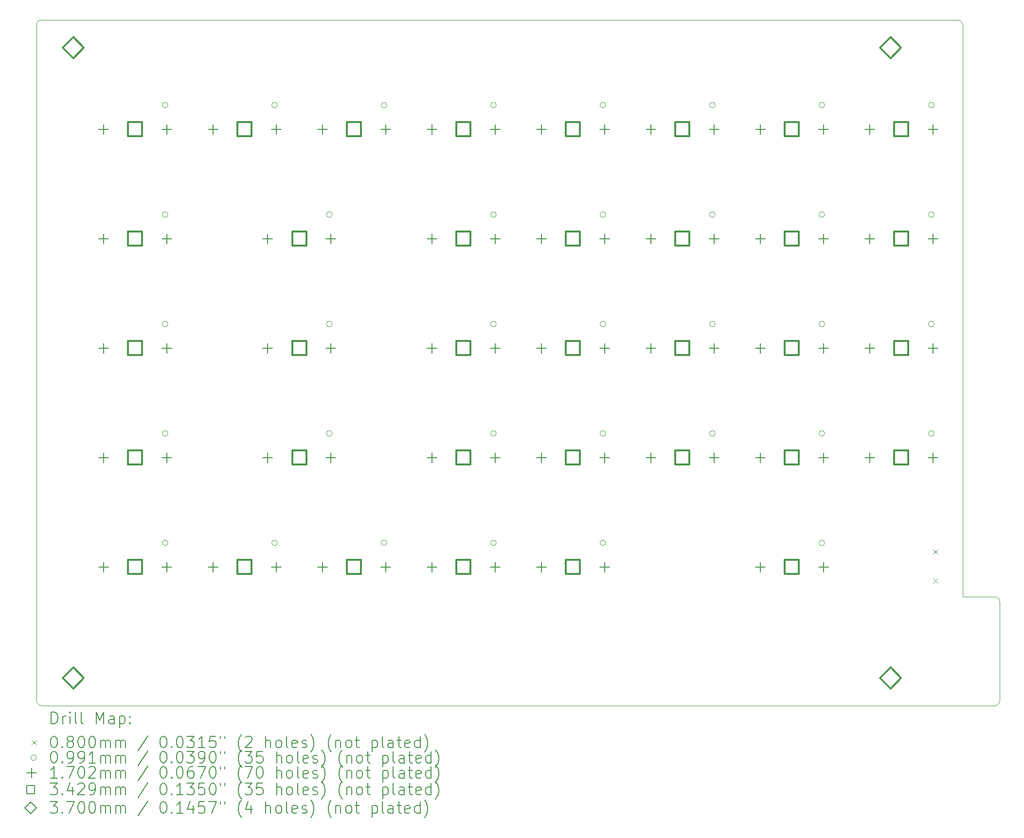
<source format=gbr>
%TF.GenerationSoftware,KiCad,Pcbnew,(6.0.10)*%
%TF.CreationDate,2023-02-02T18:03:20-08:00*%
%TF.ProjectId,netrazr_rev2-Left,6e657472-617a-4725-9f72-6576322d4c65,2*%
%TF.SameCoordinates,Original*%
%TF.FileFunction,Drillmap*%
%TF.FilePolarity,Positive*%
%FSLAX45Y45*%
G04 Gerber Fmt 4.5, Leading zero omitted, Abs format (unit mm)*
G04 Created by KiCad (PCBNEW (6.0.10)) date 2023-02-02 18:03:20*
%MOMM*%
%LPD*%
G01*
G04 APERTURE LIST*
%ADD10C,0.050000*%
%ADD11C,0.200000*%
%ADD12C,0.080000*%
%ADD13C,0.099060*%
%ADD14C,0.170180*%
%ADD15C,0.342900*%
%ADD16C,0.370000*%
G04 APERTURE END LIST*
D10*
X19796300Y-6019800D02*
G75*
G03*
X19716500Y-5940000I-79800J0D01*
G01*
X3768900Y-17878000D02*
X20355100Y-17878000D01*
X20444000Y-15985700D02*
X20444000Y-15985700D01*
X19716500Y-5940000D02*
X3768900Y-5940000D01*
X20355100Y-15985700D02*
X19796300Y-15985700D01*
X3680000Y-6028900D02*
X3680000Y-17789100D01*
X19796300Y-14931600D02*
X19796300Y-6019800D01*
X3768900Y-5940000D02*
G75*
G03*
X3680000Y-6028900I0J-88900D01*
G01*
X20355100Y-17878000D02*
G75*
G03*
X20444000Y-17789100I0J88900D01*
G01*
X20444000Y-16074600D02*
G75*
G03*
X20355100Y-15985700I-88900J0D01*
G01*
X20444000Y-15985700D02*
X20444000Y-15985700D01*
X3680000Y-17789100D02*
G75*
G03*
X3768900Y-17878000I88900J0D01*
G01*
X19796300Y-15985700D02*
X19796300Y-14931600D01*
X20444000Y-17789100D02*
X20444000Y-16074600D01*
D11*
D12*
X19282600Y-15162300D02*
X19362600Y-15242300D01*
X19362600Y-15162300D02*
X19282600Y-15242300D01*
X19282600Y-15662300D02*
X19362600Y-15742300D01*
X19362600Y-15662300D02*
X19282600Y-15742300D01*
D13*
X5966030Y-7425000D02*
G75*
G03*
X5966030Y-7425000I-49530J0D01*
G01*
X5966030Y-9330000D02*
G75*
G03*
X5966030Y-9330000I-49530J0D01*
G01*
X5966030Y-11235000D02*
G75*
G03*
X5966030Y-11235000I-49530J0D01*
G01*
X5966030Y-13140000D02*
G75*
G03*
X5966030Y-13140000I-49530J0D01*
G01*
X5966030Y-15045000D02*
G75*
G03*
X5966030Y-15045000I-49530J0D01*
G01*
X7871030Y-7425000D02*
G75*
G03*
X7871030Y-7425000I-49530J0D01*
G01*
X7871030Y-15045000D02*
G75*
G03*
X7871030Y-15045000I-49530J0D01*
G01*
X8823530Y-9330000D02*
G75*
G03*
X8823530Y-9330000I-49530J0D01*
G01*
X8823530Y-11235000D02*
G75*
G03*
X8823530Y-11235000I-49530J0D01*
G01*
X8823530Y-13140000D02*
G75*
G03*
X8823530Y-13140000I-49530J0D01*
G01*
X9776030Y-7425000D02*
G75*
G03*
X9776030Y-7425000I-49530J0D01*
G01*
X9776030Y-15045000D02*
G75*
G03*
X9776030Y-15045000I-49530J0D01*
G01*
X11681030Y-7425000D02*
G75*
G03*
X11681030Y-7425000I-49530J0D01*
G01*
X11681030Y-9330000D02*
G75*
G03*
X11681030Y-9330000I-49530J0D01*
G01*
X11681030Y-11235000D02*
G75*
G03*
X11681030Y-11235000I-49530J0D01*
G01*
X11681030Y-13140000D02*
G75*
G03*
X11681030Y-13140000I-49530J0D01*
G01*
X11681030Y-15045000D02*
G75*
G03*
X11681030Y-15045000I-49530J0D01*
G01*
X13586030Y-7425000D02*
G75*
G03*
X13586030Y-7425000I-49530J0D01*
G01*
X13586030Y-9330000D02*
G75*
G03*
X13586030Y-9330000I-49530J0D01*
G01*
X13586030Y-11235000D02*
G75*
G03*
X13586030Y-11235000I-49530J0D01*
G01*
X13586030Y-13140000D02*
G75*
G03*
X13586030Y-13140000I-49530J0D01*
G01*
X13586030Y-15045000D02*
G75*
G03*
X13586030Y-15045000I-49530J0D01*
G01*
X15491030Y-7425000D02*
G75*
G03*
X15491030Y-7425000I-49530J0D01*
G01*
X15491030Y-9330000D02*
G75*
G03*
X15491030Y-9330000I-49530J0D01*
G01*
X15491030Y-11235000D02*
G75*
G03*
X15491030Y-11235000I-49530J0D01*
G01*
X15491030Y-13140000D02*
G75*
G03*
X15491030Y-13140000I-49530J0D01*
G01*
X17396030Y-7425000D02*
G75*
G03*
X17396030Y-7425000I-49530J0D01*
G01*
X17396030Y-9330000D02*
G75*
G03*
X17396030Y-9330000I-49530J0D01*
G01*
X17396030Y-11235000D02*
G75*
G03*
X17396030Y-11235000I-49530J0D01*
G01*
X17396030Y-13140000D02*
G75*
G03*
X17396030Y-13140000I-49530J0D01*
G01*
X17396030Y-15045000D02*
G75*
G03*
X17396030Y-15045000I-49530J0D01*
G01*
X19301030Y-7425000D02*
G75*
G03*
X19301030Y-7425000I-49530J0D01*
G01*
X19301030Y-9330000D02*
G75*
G03*
X19301030Y-9330000I-49530J0D01*
G01*
X19301030Y-11235000D02*
G75*
G03*
X19301030Y-11235000I-49530J0D01*
G01*
X19301030Y-13140000D02*
G75*
G03*
X19301030Y-13140000I-49530J0D01*
G01*
D14*
X4844500Y-7759910D02*
X4844500Y-7930090D01*
X4759410Y-7845000D02*
X4929590Y-7845000D01*
X4844500Y-9664910D02*
X4844500Y-9835090D01*
X4759410Y-9750000D02*
X4929590Y-9750000D01*
X4844500Y-11569910D02*
X4844500Y-11740090D01*
X4759410Y-11655000D02*
X4929590Y-11655000D01*
X4844500Y-13474910D02*
X4844500Y-13645090D01*
X4759410Y-13560000D02*
X4929590Y-13560000D01*
X4844500Y-15379910D02*
X4844500Y-15550090D01*
X4759410Y-15465000D02*
X4929590Y-15465000D01*
X5944500Y-7759910D02*
X5944500Y-7930090D01*
X5859410Y-7845000D02*
X6029590Y-7845000D01*
X5944500Y-9664910D02*
X5944500Y-9835090D01*
X5859410Y-9750000D02*
X6029590Y-9750000D01*
X5944500Y-11569910D02*
X5944500Y-11740090D01*
X5859410Y-11655000D02*
X6029590Y-11655000D01*
X5944500Y-13474910D02*
X5944500Y-13645090D01*
X5859410Y-13560000D02*
X6029590Y-13560000D01*
X5944500Y-15379910D02*
X5944500Y-15550090D01*
X5859410Y-15465000D02*
X6029590Y-15465000D01*
X6749500Y-7759910D02*
X6749500Y-7930090D01*
X6664410Y-7845000D02*
X6834590Y-7845000D01*
X6749500Y-15379910D02*
X6749500Y-15550090D01*
X6664410Y-15465000D02*
X6834590Y-15465000D01*
X7702000Y-9664910D02*
X7702000Y-9835090D01*
X7616910Y-9750000D02*
X7787090Y-9750000D01*
X7702000Y-11569910D02*
X7702000Y-11740090D01*
X7616910Y-11655000D02*
X7787090Y-11655000D01*
X7702000Y-13474910D02*
X7702000Y-13645090D01*
X7616910Y-13560000D02*
X7787090Y-13560000D01*
X7849500Y-7759910D02*
X7849500Y-7930090D01*
X7764410Y-7845000D02*
X7934590Y-7845000D01*
X7849500Y-15379910D02*
X7849500Y-15550090D01*
X7764410Y-15465000D02*
X7934590Y-15465000D01*
X8654500Y-7759910D02*
X8654500Y-7930090D01*
X8569410Y-7845000D02*
X8739590Y-7845000D01*
X8654500Y-15379910D02*
X8654500Y-15550090D01*
X8569410Y-15465000D02*
X8739590Y-15465000D01*
X8802000Y-9664910D02*
X8802000Y-9835090D01*
X8716910Y-9750000D02*
X8887090Y-9750000D01*
X8802000Y-11569910D02*
X8802000Y-11740090D01*
X8716910Y-11655000D02*
X8887090Y-11655000D01*
X8802000Y-13474910D02*
X8802000Y-13645090D01*
X8716910Y-13560000D02*
X8887090Y-13560000D01*
X9754500Y-7759910D02*
X9754500Y-7930090D01*
X9669410Y-7845000D02*
X9839590Y-7845000D01*
X9754500Y-15379910D02*
X9754500Y-15550090D01*
X9669410Y-15465000D02*
X9839590Y-15465000D01*
X10559500Y-7759910D02*
X10559500Y-7930090D01*
X10474410Y-7845000D02*
X10644590Y-7845000D01*
X10559500Y-9664910D02*
X10559500Y-9835090D01*
X10474410Y-9750000D02*
X10644590Y-9750000D01*
X10559500Y-11569910D02*
X10559500Y-11740090D01*
X10474410Y-11655000D02*
X10644590Y-11655000D01*
X10559500Y-13474910D02*
X10559500Y-13645090D01*
X10474410Y-13560000D02*
X10644590Y-13560000D01*
X10559500Y-15379910D02*
X10559500Y-15550090D01*
X10474410Y-15465000D02*
X10644590Y-15465000D01*
X11659500Y-7759910D02*
X11659500Y-7930090D01*
X11574410Y-7845000D02*
X11744590Y-7845000D01*
X11659500Y-9664910D02*
X11659500Y-9835090D01*
X11574410Y-9750000D02*
X11744590Y-9750000D01*
X11659500Y-11569910D02*
X11659500Y-11740090D01*
X11574410Y-11655000D02*
X11744590Y-11655000D01*
X11659500Y-13474910D02*
X11659500Y-13645090D01*
X11574410Y-13560000D02*
X11744590Y-13560000D01*
X11659500Y-15379910D02*
X11659500Y-15550090D01*
X11574410Y-15465000D02*
X11744590Y-15465000D01*
X12464500Y-7759910D02*
X12464500Y-7930090D01*
X12379410Y-7845000D02*
X12549590Y-7845000D01*
X12464500Y-9664910D02*
X12464500Y-9835090D01*
X12379410Y-9750000D02*
X12549590Y-9750000D01*
X12464500Y-11569910D02*
X12464500Y-11740090D01*
X12379410Y-11655000D02*
X12549590Y-11655000D01*
X12464500Y-13474910D02*
X12464500Y-13645090D01*
X12379410Y-13560000D02*
X12549590Y-13560000D01*
X12464500Y-15379910D02*
X12464500Y-15550090D01*
X12379410Y-15465000D02*
X12549590Y-15465000D01*
X13564500Y-7759910D02*
X13564500Y-7930090D01*
X13479410Y-7845000D02*
X13649590Y-7845000D01*
X13564500Y-9664910D02*
X13564500Y-9835090D01*
X13479410Y-9750000D02*
X13649590Y-9750000D01*
X13564500Y-11569910D02*
X13564500Y-11740090D01*
X13479410Y-11655000D02*
X13649590Y-11655000D01*
X13564500Y-13474910D02*
X13564500Y-13645090D01*
X13479410Y-13560000D02*
X13649590Y-13560000D01*
X13564500Y-15379910D02*
X13564500Y-15550090D01*
X13479410Y-15465000D02*
X13649590Y-15465000D01*
X14369500Y-7759910D02*
X14369500Y-7930090D01*
X14284410Y-7845000D02*
X14454590Y-7845000D01*
X14369500Y-9664910D02*
X14369500Y-9835090D01*
X14284410Y-9750000D02*
X14454590Y-9750000D01*
X14369500Y-11569910D02*
X14369500Y-11740090D01*
X14284410Y-11655000D02*
X14454590Y-11655000D01*
X14369500Y-13474910D02*
X14369500Y-13645090D01*
X14284410Y-13560000D02*
X14454590Y-13560000D01*
X15469500Y-7759910D02*
X15469500Y-7930090D01*
X15384410Y-7845000D02*
X15554590Y-7845000D01*
X15469500Y-9664910D02*
X15469500Y-9835090D01*
X15384410Y-9750000D02*
X15554590Y-9750000D01*
X15469500Y-11569910D02*
X15469500Y-11740090D01*
X15384410Y-11655000D02*
X15554590Y-11655000D01*
X15469500Y-13474910D02*
X15469500Y-13645090D01*
X15384410Y-13560000D02*
X15554590Y-13560000D01*
X16274500Y-7759910D02*
X16274500Y-7930090D01*
X16189410Y-7845000D02*
X16359590Y-7845000D01*
X16274500Y-9664910D02*
X16274500Y-9835090D01*
X16189410Y-9750000D02*
X16359590Y-9750000D01*
X16274500Y-11569910D02*
X16274500Y-11740090D01*
X16189410Y-11655000D02*
X16359590Y-11655000D01*
X16274500Y-13474910D02*
X16274500Y-13645090D01*
X16189410Y-13560000D02*
X16359590Y-13560000D01*
X16274500Y-15379910D02*
X16274500Y-15550090D01*
X16189410Y-15465000D02*
X16359590Y-15465000D01*
X17374500Y-7759910D02*
X17374500Y-7930090D01*
X17289410Y-7845000D02*
X17459590Y-7845000D01*
X17374500Y-9664910D02*
X17374500Y-9835090D01*
X17289410Y-9750000D02*
X17459590Y-9750000D01*
X17374500Y-11569910D02*
X17374500Y-11740090D01*
X17289410Y-11655000D02*
X17459590Y-11655000D01*
X17374500Y-13474910D02*
X17374500Y-13645090D01*
X17289410Y-13560000D02*
X17459590Y-13560000D01*
X17374500Y-15379910D02*
X17374500Y-15550090D01*
X17289410Y-15465000D02*
X17459590Y-15465000D01*
X18179500Y-7759910D02*
X18179500Y-7930090D01*
X18094410Y-7845000D02*
X18264590Y-7845000D01*
X18179500Y-9664910D02*
X18179500Y-9835090D01*
X18094410Y-9750000D02*
X18264590Y-9750000D01*
X18179500Y-11569910D02*
X18179500Y-11740090D01*
X18094410Y-11655000D02*
X18264590Y-11655000D01*
X18179500Y-13474910D02*
X18179500Y-13645090D01*
X18094410Y-13560000D02*
X18264590Y-13560000D01*
X19279500Y-7759910D02*
X19279500Y-7930090D01*
X19194410Y-7845000D02*
X19364590Y-7845000D01*
X19279500Y-9664910D02*
X19279500Y-9835090D01*
X19194410Y-9750000D02*
X19364590Y-9750000D01*
X19279500Y-11569910D02*
X19279500Y-11740090D01*
X19194410Y-11655000D02*
X19364590Y-11655000D01*
X19279500Y-13474910D02*
X19279500Y-13645090D01*
X19194410Y-13560000D02*
X19364590Y-13560000D01*
D15*
X5515735Y-7966235D02*
X5515735Y-7723765D01*
X5273265Y-7723765D01*
X5273265Y-7966235D01*
X5515735Y-7966235D01*
X5515735Y-9871235D02*
X5515735Y-9628765D01*
X5273265Y-9628765D01*
X5273265Y-9871235D01*
X5515735Y-9871235D01*
X5515735Y-11776235D02*
X5515735Y-11533765D01*
X5273265Y-11533765D01*
X5273265Y-11776235D01*
X5515735Y-11776235D01*
X5515735Y-13681235D02*
X5515735Y-13438765D01*
X5273265Y-13438765D01*
X5273265Y-13681235D01*
X5515735Y-13681235D01*
X5515735Y-15586235D02*
X5515735Y-15343765D01*
X5273265Y-15343765D01*
X5273265Y-15586235D01*
X5515735Y-15586235D01*
X7420735Y-7966235D02*
X7420735Y-7723765D01*
X7178265Y-7723765D01*
X7178265Y-7966235D01*
X7420735Y-7966235D01*
X7420735Y-15586235D02*
X7420735Y-15343765D01*
X7178265Y-15343765D01*
X7178265Y-15586235D01*
X7420735Y-15586235D01*
X8373235Y-9871235D02*
X8373235Y-9628765D01*
X8130765Y-9628765D01*
X8130765Y-9871235D01*
X8373235Y-9871235D01*
X8373235Y-11776235D02*
X8373235Y-11533765D01*
X8130765Y-11533765D01*
X8130765Y-11776235D01*
X8373235Y-11776235D01*
X8373235Y-13681235D02*
X8373235Y-13438765D01*
X8130765Y-13438765D01*
X8130765Y-13681235D01*
X8373235Y-13681235D01*
X9325735Y-7966235D02*
X9325735Y-7723765D01*
X9083265Y-7723765D01*
X9083265Y-7966235D01*
X9325735Y-7966235D01*
X9325735Y-15586235D02*
X9325735Y-15343765D01*
X9083265Y-15343765D01*
X9083265Y-15586235D01*
X9325735Y-15586235D01*
X11230735Y-7966235D02*
X11230735Y-7723765D01*
X10988265Y-7723765D01*
X10988265Y-7966235D01*
X11230735Y-7966235D01*
X11230735Y-9871235D02*
X11230735Y-9628765D01*
X10988265Y-9628765D01*
X10988265Y-9871235D01*
X11230735Y-9871235D01*
X11230735Y-11776235D02*
X11230735Y-11533765D01*
X10988265Y-11533765D01*
X10988265Y-11776235D01*
X11230735Y-11776235D01*
X11230735Y-13681235D02*
X11230735Y-13438765D01*
X10988265Y-13438765D01*
X10988265Y-13681235D01*
X11230735Y-13681235D01*
X11230735Y-15586235D02*
X11230735Y-15343765D01*
X10988265Y-15343765D01*
X10988265Y-15586235D01*
X11230735Y-15586235D01*
X13135735Y-7966235D02*
X13135735Y-7723765D01*
X12893265Y-7723765D01*
X12893265Y-7966235D01*
X13135735Y-7966235D01*
X13135735Y-9871235D02*
X13135735Y-9628765D01*
X12893265Y-9628765D01*
X12893265Y-9871235D01*
X13135735Y-9871235D01*
X13135735Y-11776235D02*
X13135735Y-11533765D01*
X12893265Y-11533765D01*
X12893265Y-11776235D01*
X13135735Y-11776235D01*
X13135735Y-13681235D02*
X13135735Y-13438765D01*
X12893265Y-13438765D01*
X12893265Y-13681235D01*
X13135735Y-13681235D01*
X13135735Y-15586235D02*
X13135735Y-15343765D01*
X12893265Y-15343765D01*
X12893265Y-15586235D01*
X13135735Y-15586235D01*
X15040735Y-7966235D02*
X15040735Y-7723765D01*
X14798265Y-7723765D01*
X14798265Y-7966235D01*
X15040735Y-7966235D01*
X15040735Y-9871235D02*
X15040735Y-9628765D01*
X14798265Y-9628765D01*
X14798265Y-9871235D01*
X15040735Y-9871235D01*
X15040735Y-11776235D02*
X15040735Y-11533765D01*
X14798265Y-11533765D01*
X14798265Y-11776235D01*
X15040735Y-11776235D01*
X15040735Y-13681235D02*
X15040735Y-13438765D01*
X14798265Y-13438765D01*
X14798265Y-13681235D01*
X15040735Y-13681235D01*
X16945735Y-7966235D02*
X16945735Y-7723765D01*
X16703265Y-7723765D01*
X16703265Y-7966235D01*
X16945735Y-7966235D01*
X16945735Y-9871235D02*
X16945735Y-9628765D01*
X16703265Y-9628765D01*
X16703265Y-9871235D01*
X16945735Y-9871235D01*
X16945735Y-11776235D02*
X16945735Y-11533765D01*
X16703265Y-11533765D01*
X16703265Y-11776235D01*
X16945735Y-11776235D01*
X16945735Y-13681235D02*
X16945735Y-13438765D01*
X16703265Y-13438765D01*
X16703265Y-13681235D01*
X16945735Y-13681235D01*
X16945735Y-15586235D02*
X16945735Y-15343765D01*
X16703265Y-15343765D01*
X16703265Y-15586235D01*
X16945735Y-15586235D01*
X18850735Y-7966235D02*
X18850735Y-7723765D01*
X18608265Y-7723765D01*
X18608265Y-7966235D01*
X18850735Y-7966235D01*
X18850735Y-9871235D02*
X18850735Y-9628765D01*
X18608265Y-9628765D01*
X18608265Y-9871235D01*
X18850735Y-9871235D01*
X18850735Y-11776235D02*
X18850735Y-11533765D01*
X18608265Y-11533765D01*
X18608265Y-11776235D01*
X18850735Y-11776235D01*
X18850735Y-13681235D02*
X18850735Y-13438765D01*
X18608265Y-13438765D01*
X18608265Y-13681235D01*
X18850735Y-13681235D01*
D16*
X4318000Y-6611200D02*
X4503000Y-6426200D01*
X4318000Y-6241200D01*
X4133000Y-6426200D01*
X4318000Y-6611200D01*
X4318000Y-17584000D02*
X4503000Y-17399000D01*
X4318000Y-17214000D01*
X4133000Y-17399000D01*
X4318000Y-17584000D01*
X18542000Y-6611200D02*
X18727000Y-6426200D01*
X18542000Y-6241200D01*
X18357000Y-6426200D01*
X18542000Y-6611200D01*
X18542000Y-17584000D02*
X18727000Y-17399000D01*
X18542000Y-17214000D01*
X18357000Y-17399000D01*
X18542000Y-17584000D01*
D11*
X3935119Y-18190976D02*
X3935119Y-17990976D01*
X3982738Y-17990976D01*
X4011309Y-18000500D01*
X4030357Y-18019548D01*
X4039881Y-18038595D01*
X4049405Y-18076690D01*
X4049405Y-18105262D01*
X4039881Y-18143357D01*
X4030357Y-18162405D01*
X4011309Y-18181452D01*
X3982738Y-18190976D01*
X3935119Y-18190976D01*
X4135119Y-18190976D02*
X4135119Y-18057643D01*
X4135119Y-18095738D02*
X4144643Y-18076690D01*
X4154167Y-18067167D01*
X4173214Y-18057643D01*
X4192262Y-18057643D01*
X4258929Y-18190976D02*
X4258929Y-18057643D01*
X4258929Y-17990976D02*
X4249405Y-18000500D01*
X4258929Y-18010024D01*
X4268452Y-18000500D01*
X4258929Y-17990976D01*
X4258929Y-18010024D01*
X4382738Y-18190976D02*
X4363690Y-18181452D01*
X4354167Y-18162405D01*
X4354167Y-17990976D01*
X4487500Y-18190976D02*
X4468452Y-18181452D01*
X4458929Y-18162405D01*
X4458929Y-17990976D01*
X4716071Y-18190976D02*
X4716071Y-17990976D01*
X4782738Y-18133833D01*
X4849405Y-17990976D01*
X4849405Y-18190976D01*
X5030357Y-18190976D02*
X5030357Y-18086214D01*
X5020833Y-18067167D01*
X5001786Y-18057643D01*
X4963690Y-18057643D01*
X4944643Y-18067167D01*
X5030357Y-18181452D02*
X5011310Y-18190976D01*
X4963690Y-18190976D01*
X4944643Y-18181452D01*
X4935119Y-18162405D01*
X4935119Y-18143357D01*
X4944643Y-18124310D01*
X4963690Y-18114786D01*
X5011310Y-18114786D01*
X5030357Y-18105262D01*
X5125595Y-18057643D02*
X5125595Y-18257643D01*
X5125595Y-18067167D02*
X5144643Y-18057643D01*
X5182738Y-18057643D01*
X5201786Y-18067167D01*
X5211310Y-18076690D01*
X5220833Y-18095738D01*
X5220833Y-18152881D01*
X5211310Y-18171929D01*
X5201786Y-18181452D01*
X5182738Y-18190976D01*
X5144643Y-18190976D01*
X5125595Y-18181452D01*
X5306548Y-18171929D02*
X5316071Y-18181452D01*
X5306548Y-18190976D01*
X5297024Y-18181452D01*
X5306548Y-18171929D01*
X5306548Y-18190976D01*
X5306548Y-18067167D02*
X5316071Y-18076690D01*
X5306548Y-18086214D01*
X5297024Y-18076690D01*
X5306548Y-18067167D01*
X5306548Y-18086214D01*
D12*
X3597500Y-18480500D02*
X3677500Y-18560500D01*
X3677500Y-18480500D02*
X3597500Y-18560500D01*
D11*
X3973214Y-18410976D02*
X3992262Y-18410976D01*
X4011309Y-18420500D01*
X4020833Y-18430024D01*
X4030357Y-18449071D01*
X4039881Y-18487167D01*
X4039881Y-18534786D01*
X4030357Y-18572881D01*
X4020833Y-18591929D01*
X4011309Y-18601452D01*
X3992262Y-18610976D01*
X3973214Y-18610976D01*
X3954167Y-18601452D01*
X3944643Y-18591929D01*
X3935119Y-18572881D01*
X3925595Y-18534786D01*
X3925595Y-18487167D01*
X3935119Y-18449071D01*
X3944643Y-18430024D01*
X3954167Y-18420500D01*
X3973214Y-18410976D01*
X4125595Y-18591929D02*
X4135119Y-18601452D01*
X4125595Y-18610976D01*
X4116071Y-18601452D01*
X4125595Y-18591929D01*
X4125595Y-18610976D01*
X4249405Y-18496690D02*
X4230357Y-18487167D01*
X4220833Y-18477643D01*
X4211310Y-18458595D01*
X4211310Y-18449071D01*
X4220833Y-18430024D01*
X4230357Y-18420500D01*
X4249405Y-18410976D01*
X4287500Y-18410976D01*
X4306548Y-18420500D01*
X4316071Y-18430024D01*
X4325595Y-18449071D01*
X4325595Y-18458595D01*
X4316071Y-18477643D01*
X4306548Y-18487167D01*
X4287500Y-18496690D01*
X4249405Y-18496690D01*
X4230357Y-18506214D01*
X4220833Y-18515738D01*
X4211310Y-18534786D01*
X4211310Y-18572881D01*
X4220833Y-18591929D01*
X4230357Y-18601452D01*
X4249405Y-18610976D01*
X4287500Y-18610976D01*
X4306548Y-18601452D01*
X4316071Y-18591929D01*
X4325595Y-18572881D01*
X4325595Y-18534786D01*
X4316071Y-18515738D01*
X4306548Y-18506214D01*
X4287500Y-18496690D01*
X4449405Y-18410976D02*
X4468452Y-18410976D01*
X4487500Y-18420500D01*
X4497024Y-18430024D01*
X4506548Y-18449071D01*
X4516071Y-18487167D01*
X4516071Y-18534786D01*
X4506548Y-18572881D01*
X4497024Y-18591929D01*
X4487500Y-18601452D01*
X4468452Y-18610976D01*
X4449405Y-18610976D01*
X4430357Y-18601452D01*
X4420833Y-18591929D01*
X4411310Y-18572881D01*
X4401786Y-18534786D01*
X4401786Y-18487167D01*
X4411310Y-18449071D01*
X4420833Y-18430024D01*
X4430357Y-18420500D01*
X4449405Y-18410976D01*
X4639881Y-18410976D02*
X4658929Y-18410976D01*
X4677976Y-18420500D01*
X4687500Y-18430024D01*
X4697024Y-18449071D01*
X4706548Y-18487167D01*
X4706548Y-18534786D01*
X4697024Y-18572881D01*
X4687500Y-18591929D01*
X4677976Y-18601452D01*
X4658929Y-18610976D01*
X4639881Y-18610976D01*
X4620833Y-18601452D01*
X4611310Y-18591929D01*
X4601786Y-18572881D01*
X4592262Y-18534786D01*
X4592262Y-18487167D01*
X4601786Y-18449071D01*
X4611310Y-18430024D01*
X4620833Y-18420500D01*
X4639881Y-18410976D01*
X4792262Y-18610976D02*
X4792262Y-18477643D01*
X4792262Y-18496690D02*
X4801786Y-18487167D01*
X4820833Y-18477643D01*
X4849405Y-18477643D01*
X4868452Y-18487167D01*
X4877976Y-18506214D01*
X4877976Y-18610976D01*
X4877976Y-18506214D02*
X4887500Y-18487167D01*
X4906548Y-18477643D01*
X4935119Y-18477643D01*
X4954167Y-18487167D01*
X4963690Y-18506214D01*
X4963690Y-18610976D01*
X5058929Y-18610976D02*
X5058929Y-18477643D01*
X5058929Y-18496690D02*
X5068452Y-18487167D01*
X5087500Y-18477643D01*
X5116071Y-18477643D01*
X5135119Y-18487167D01*
X5144643Y-18506214D01*
X5144643Y-18610976D01*
X5144643Y-18506214D02*
X5154167Y-18487167D01*
X5173214Y-18477643D01*
X5201786Y-18477643D01*
X5220833Y-18487167D01*
X5230357Y-18506214D01*
X5230357Y-18610976D01*
X5620833Y-18401452D02*
X5449405Y-18658595D01*
X5877976Y-18410976D02*
X5897024Y-18410976D01*
X5916071Y-18420500D01*
X5925595Y-18430024D01*
X5935119Y-18449071D01*
X5944643Y-18487167D01*
X5944643Y-18534786D01*
X5935119Y-18572881D01*
X5925595Y-18591929D01*
X5916071Y-18601452D01*
X5897024Y-18610976D01*
X5877976Y-18610976D01*
X5858928Y-18601452D01*
X5849405Y-18591929D01*
X5839881Y-18572881D01*
X5830357Y-18534786D01*
X5830357Y-18487167D01*
X5839881Y-18449071D01*
X5849405Y-18430024D01*
X5858928Y-18420500D01*
X5877976Y-18410976D01*
X6030357Y-18591929D02*
X6039881Y-18601452D01*
X6030357Y-18610976D01*
X6020833Y-18601452D01*
X6030357Y-18591929D01*
X6030357Y-18610976D01*
X6163690Y-18410976D02*
X6182738Y-18410976D01*
X6201786Y-18420500D01*
X6211309Y-18430024D01*
X6220833Y-18449071D01*
X6230357Y-18487167D01*
X6230357Y-18534786D01*
X6220833Y-18572881D01*
X6211309Y-18591929D01*
X6201786Y-18601452D01*
X6182738Y-18610976D01*
X6163690Y-18610976D01*
X6144643Y-18601452D01*
X6135119Y-18591929D01*
X6125595Y-18572881D01*
X6116071Y-18534786D01*
X6116071Y-18487167D01*
X6125595Y-18449071D01*
X6135119Y-18430024D01*
X6144643Y-18420500D01*
X6163690Y-18410976D01*
X6297024Y-18410976D02*
X6420833Y-18410976D01*
X6354167Y-18487167D01*
X6382738Y-18487167D01*
X6401786Y-18496690D01*
X6411309Y-18506214D01*
X6420833Y-18525262D01*
X6420833Y-18572881D01*
X6411309Y-18591929D01*
X6401786Y-18601452D01*
X6382738Y-18610976D01*
X6325595Y-18610976D01*
X6306548Y-18601452D01*
X6297024Y-18591929D01*
X6611309Y-18610976D02*
X6497024Y-18610976D01*
X6554167Y-18610976D02*
X6554167Y-18410976D01*
X6535119Y-18439548D01*
X6516071Y-18458595D01*
X6497024Y-18468119D01*
X6792262Y-18410976D02*
X6697024Y-18410976D01*
X6687500Y-18506214D01*
X6697024Y-18496690D01*
X6716071Y-18487167D01*
X6763690Y-18487167D01*
X6782738Y-18496690D01*
X6792262Y-18506214D01*
X6801786Y-18525262D01*
X6801786Y-18572881D01*
X6792262Y-18591929D01*
X6782738Y-18601452D01*
X6763690Y-18610976D01*
X6716071Y-18610976D01*
X6697024Y-18601452D01*
X6687500Y-18591929D01*
X6877976Y-18410976D02*
X6877976Y-18449071D01*
X6954167Y-18410976D02*
X6954167Y-18449071D01*
X7249405Y-18687167D02*
X7239881Y-18677643D01*
X7220833Y-18649071D01*
X7211309Y-18630024D01*
X7201786Y-18601452D01*
X7192262Y-18553833D01*
X7192262Y-18515738D01*
X7201786Y-18468119D01*
X7211309Y-18439548D01*
X7220833Y-18420500D01*
X7239881Y-18391929D01*
X7249405Y-18382405D01*
X7316071Y-18430024D02*
X7325595Y-18420500D01*
X7344643Y-18410976D01*
X7392262Y-18410976D01*
X7411309Y-18420500D01*
X7420833Y-18430024D01*
X7430357Y-18449071D01*
X7430357Y-18468119D01*
X7420833Y-18496690D01*
X7306548Y-18610976D01*
X7430357Y-18610976D01*
X7668452Y-18610976D02*
X7668452Y-18410976D01*
X7754167Y-18610976D02*
X7754167Y-18506214D01*
X7744643Y-18487167D01*
X7725595Y-18477643D01*
X7697024Y-18477643D01*
X7677976Y-18487167D01*
X7668452Y-18496690D01*
X7877976Y-18610976D02*
X7858928Y-18601452D01*
X7849405Y-18591929D01*
X7839881Y-18572881D01*
X7839881Y-18515738D01*
X7849405Y-18496690D01*
X7858928Y-18487167D01*
X7877976Y-18477643D01*
X7906548Y-18477643D01*
X7925595Y-18487167D01*
X7935119Y-18496690D01*
X7944643Y-18515738D01*
X7944643Y-18572881D01*
X7935119Y-18591929D01*
X7925595Y-18601452D01*
X7906548Y-18610976D01*
X7877976Y-18610976D01*
X8058928Y-18610976D02*
X8039881Y-18601452D01*
X8030357Y-18582405D01*
X8030357Y-18410976D01*
X8211309Y-18601452D02*
X8192262Y-18610976D01*
X8154167Y-18610976D01*
X8135119Y-18601452D01*
X8125595Y-18582405D01*
X8125595Y-18506214D01*
X8135119Y-18487167D01*
X8154167Y-18477643D01*
X8192262Y-18477643D01*
X8211309Y-18487167D01*
X8220833Y-18506214D01*
X8220833Y-18525262D01*
X8125595Y-18544310D01*
X8297024Y-18601452D02*
X8316071Y-18610976D01*
X8354167Y-18610976D01*
X8373214Y-18601452D01*
X8382738Y-18582405D01*
X8382738Y-18572881D01*
X8373214Y-18553833D01*
X8354167Y-18544310D01*
X8325595Y-18544310D01*
X8306548Y-18534786D01*
X8297024Y-18515738D01*
X8297024Y-18506214D01*
X8306548Y-18487167D01*
X8325595Y-18477643D01*
X8354167Y-18477643D01*
X8373214Y-18487167D01*
X8449405Y-18687167D02*
X8458929Y-18677643D01*
X8477976Y-18649071D01*
X8487500Y-18630024D01*
X8497024Y-18601452D01*
X8506548Y-18553833D01*
X8506548Y-18515738D01*
X8497024Y-18468119D01*
X8487500Y-18439548D01*
X8477976Y-18420500D01*
X8458929Y-18391929D01*
X8449405Y-18382405D01*
X8811310Y-18687167D02*
X8801786Y-18677643D01*
X8782738Y-18649071D01*
X8773214Y-18630024D01*
X8763690Y-18601452D01*
X8754167Y-18553833D01*
X8754167Y-18515738D01*
X8763690Y-18468119D01*
X8773214Y-18439548D01*
X8782738Y-18420500D01*
X8801786Y-18391929D01*
X8811310Y-18382405D01*
X8887500Y-18477643D02*
X8887500Y-18610976D01*
X8887500Y-18496690D02*
X8897024Y-18487167D01*
X8916071Y-18477643D01*
X8944643Y-18477643D01*
X8963690Y-18487167D01*
X8973214Y-18506214D01*
X8973214Y-18610976D01*
X9097024Y-18610976D02*
X9077976Y-18601452D01*
X9068452Y-18591929D01*
X9058929Y-18572881D01*
X9058929Y-18515738D01*
X9068452Y-18496690D01*
X9077976Y-18487167D01*
X9097024Y-18477643D01*
X9125595Y-18477643D01*
X9144643Y-18487167D01*
X9154167Y-18496690D01*
X9163690Y-18515738D01*
X9163690Y-18572881D01*
X9154167Y-18591929D01*
X9144643Y-18601452D01*
X9125595Y-18610976D01*
X9097024Y-18610976D01*
X9220833Y-18477643D02*
X9297024Y-18477643D01*
X9249405Y-18410976D02*
X9249405Y-18582405D01*
X9258929Y-18601452D01*
X9277976Y-18610976D01*
X9297024Y-18610976D01*
X9516071Y-18477643D02*
X9516071Y-18677643D01*
X9516071Y-18487167D02*
X9535119Y-18477643D01*
X9573214Y-18477643D01*
X9592262Y-18487167D01*
X9601786Y-18496690D01*
X9611310Y-18515738D01*
X9611310Y-18572881D01*
X9601786Y-18591929D01*
X9592262Y-18601452D01*
X9573214Y-18610976D01*
X9535119Y-18610976D01*
X9516071Y-18601452D01*
X9725595Y-18610976D02*
X9706548Y-18601452D01*
X9697024Y-18582405D01*
X9697024Y-18410976D01*
X9887500Y-18610976D02*
X9887500Y-18506214D01*
X9877976Y-18487167D01*
X9858929Y-18477643D01*
X9820833Y-18477643D01*
X9801786Y-18487167D01*
X9887500Y-18601452D02*
X9868452Y-18610976D01*
X9820833Y-18610976D01*
X9801786Y-18601452D01*
X9792262Y-18582405D01*
X9792262Y-18563357D01*
X9801786Y-18544310D01*
X9820833Y-18534786D01*
X9868452Y-18534786D01*
X9887500Y-18525262D01*
X9954167Y-18477643D02*
X10030357Y-18477643D01*
X9982738Y-18410976D02*
X9982738Y-18582405D01*
X9992262Y-18601452D01*
X10011310Y-18610976D01*
X10030357Y-18610976D01*
X10173214Y-18601452D02*
X10154167Y-18610976D01*
X10116071Y-18610976D01*
X10097024Y-18601452D01*
X10087500Y-18582405D01*
X10087500Y-18506214D01*
X10097024Y-18487167D01*
X10116071Y-18477643D01*
X10154167Y-18477643D01*
X10173214Y-18487167D01*
X10182738Y-18506214D01*
X10182738Y-18525262D01*
X10087500Y-18544310D01*
X10354167Y-18610976D02*
X10354167Y-18410976D01*
X10354167Y-18601452D02*
X10335119Y-18610976D01*
X10297024Y-18610976D01*
X10277976Y-18601452D01*
X10268452Y-18591929D01*
X10258929Y-18572881D01*
X10258929Y-18515738D01*
X10268452Y-18496690D01*
X10277976Y-18487167D01*
X10297024Y-18477643D01*
X10335119Y-18477643D01*
X10354167Y-18487167D01*
X10430357Y-18687167D02*
X10439881Y-18677643D01*
X10458929Y-18649071D01*
X10468452Y-18630024D01*
X10477976Y-18601452D01*
X10487500Y-18553833D01*
X10487500Y-18515738D01*
X10477976Y-18468119D01*
X10468452Y-18439548D01*
X10458929Y-18420500D01*
X10439881Y-18391929D01*
X10430357Y-18382405D01*
D13*
X3677500Y-18784500D02*
G75*
G03*
X3677500Y-18784500I-49530J0D01*
G01*
D11*
X3973214Y-18674976D02*
X3992262Y-18674976D01*
X4011309Y-18684500D01*
X4020833Y-18694024D01*
X4030357Y-18713071D01*
X4039881Y-18751167D01*
X4039881Y-18798786D01*
X4030357Y-18836881D01*
X4020833Y-18855929D01*
X4011309Y-18865452D01*
X3992262Y-18874976D01*
X3973214Y-18874976D01*
X3954167Y-18865452D01*
X3944643Y-18855929D01*
X3935119Y-18836881D01*
X3925595Y-18798786D01*
X3925595Y-18751167D01*
X3935119Y-18713071D01*
X3944643Y-18694024D01*
X3954167Y-18684500D01*
X3973214Y-18674976D01*
X4125595Y-18855929D02*
X4135119Y-18865452D01*
X4125595Y-18874976D01*
X4116071Y-18865452D01*
X4125595Y-18855929D01*
X4125595Y-18874976D01*
X4230357Y-18874976D02*
X4268452Y-18874976D01*
X4287500Y-18865452D01*
X4297024Y-18855929D01*
X4316071Y-18827357D01*
X4325595Y-18789262D01*
X4325595Y-18713071D01*
X4316071Y-18694024D01*
X4306548Y-18684500D01*
X4287500Y-18674976D01*
X4249405Y-18674976D01*
X4230357Y-18684500D01*
X4220833Y-18694024D01*
X4211310Y-18713071D01*
X4211310Y-18760690D01*
X4220833Y-18779738D01*
X4230357Y-18789262D01*
X4249405Y-18798786D01*
X4287500Y-18798786D01*
X4306548Y-18789262D01*
X4316071Y-18779738D01*
X4325595Y-18760690D01*
X4420833Y-18874976D02*
X4458929Y-18874976D01*
X4477976Y-18865452D01*
X4487500Y-18855929D01*
X4506548Y-18827357D01*
X4516071Y-18789262D01*
X4516071Y-18713071D01*
X4506548Y-18694024D01*
X4497024Y-18684500D01*
X4477976Y-18674976D01*
X4439881Y-18674976D01*
X4420833Y-18684500D01*
X4411310Y-18694024D01*
X4401786Y-18713071D01*
X4401786Y-18760690D01*
X4411310Y-18779738D01*
X4420833Y-18789262D01*
X4439881Y-18798786D01*
X4477976Y-18798786D01*
X4497024Y-18789262D01*
X4506548Y-18779738D01*
X4516071Y-18760690D01*
X4706548Y-18874976D02*
X4592262Y-18874976D01*
X4649405Y-18874976D02*
X4649405Y-18674976D01*
X4630357Y-18703548D01*
X4611310Y-18722595D01*
X4592262Y-18732119D01*
X4792262Y-18874976D02*
X4792262Y-18741643D01*
X4792262Y-18760690D02*
X4801786Y-18751167D01*
X4820833Y-18741643D01*
X4849405Y-18741643D01*
X4868452Y-18751167D01*
X4877976Y-18770214D01*
X4877976Y-18874976D01*
X4877976Y-18770214D02*
X4887500Y-18751167D01*
X4906548Y-18741643D01*
X4935119Y-18741643D01*
X4954167Y-18751167D01*
X4963690Y-18770214D01*
X4963690Y-18874976D01*
X5058929Y-18874976D02*
X5058929Y-18741643D01*
X5058929Y-18760690D02*
X5068452Y-18751167D01*
X5087500Y-18741643D01*
X5116071Y-18741643D01*
X5135119Y-18751167D01*
X5144643Y-18770214D01*
X5144643Y-18874976D01*
X5144643Y-18770214D02*
X5154167Y-18751167D01*
X5173214Y-18741643D01*
X5201786Y-18741643D01*
X5220833Y-18751167D01*
X5230357Y-18770214D01*
X5230357Y-18874976D01*
X5620833Y-18665452D02*
X5449405Y-18922595D01*
X5877976Y-18674976D02*
X5897024Y-18674976D01*
X5916071Y-18684500D01*
X5925595Y-18694024D01*
X5935119Y-18713071D01*
X5944643Y-18751167D01*
X5944643Y-18798786D01*
X5935119Y-18836881D01*
X5925595Y-18855929D01*
X5916071Y-18865452D01*
X5897024Y-18874976D01*
X5877976Y-18874976D01*
X5858928Y-18865452D01*
X5849405Y-18855929D01*
X5839881Y-18836881D01*
X5830357Y-18798786D01*
X5830357Y-18751167D01*
X5839881Y-18713071D01*
X5849405Y-18694024D01*
X5858928Y-18684500D01*
X5877976Y-18674976D01*
X6030357Y-18855929D02*
X6039881Y-18865452D01*
X6030357Y-18874976D01*
X6020833Y-18865452D01*
X6030357Y-18855929D01*
X6030357Y-18874976D01*
X6163690Y-18674976D02*
X6182738Y-18674976D01*
X6201786Y-18684500D01*
X6211309Y-18694024D01*
X6220833Y-18713071D01*
X6230357Y-18751167D01*
X6230357Y-18798786D01*
X6220833Y-18836881D01*
X6211309Y-18855929D01*
X6201786Y-18865452D01*
X6182738Y-18874976D01*
X6163690Y-18874976D01*
X6144643Y-18865452D01*
X6135119Y-18855929D01*
X6125595Y-18836881D01*
X6116071Y-18798786D01*
X6116071Y-18751167D01*
X6125595Y-18713071D01*
X6135119Y-18694024D01*
X6144643Y-18684500D01*
X6163690Y-18674976D01*
X6297024Y-18674976D02*
X6420833Y-18674976D01*
X6354167Y-18751167D01*
X6382738Y-18751167D01*
X6401786Y-18760690D01*
X6411309Y-18770214D01*
X6420833Y-18789262D01*
X6420833Y-18836881D01*
X6411309Y-18855929D01*
X6401786Y-18865452D01*
X6382738Y-18874976D01*
X6325595Y-18874976D01*
X6306548Y-18865452D01*
X6297024Y-18855929D01*
X6516071Y-18874976D02*
X6554167Y-18874976D01*
X6573214Y-18865452D01*
X6582738Y-18855929D01*
X6601786Y-18827357D01*
X6611309Y-18789262D01*
X6611309Y-18713071D01*
X6601786Y-18694024D01*
X6592262Y-18684500D01*
X6573214Y-18674976D01*
X6535119Y-18674976D01*
X6516071Y-18684500D01*
X6506548Y-18694024D01*
X6497024Y-18713071D01*
X6497024Y-18760690D01*
X6506548Y-18779738D01*
X6516071Y-18789262D01*
X6535119Y-18798786D01*
X6573214Y-18798786D01*
X6592262Y-18789262D01*
X6601786Y-18779738D01*
X6611309Y-18760690D01*
X6735119Y-18674976D02*
X6754167Y-18674976D01*
X6773214Y-18684500D01*
X6782738Y-18694024D01*
X6792262Y-18713071D01*
X6801786Y-18751167D01*
X6801786Y-18798786D01*
X6792262Y-18836881D01*
X6782738Y-18855929D01*
X6773214Y-18865452D01*
X6754167Y-18874976D01*
X6735119Y-18874976D01*
X6716071Y-18865452D01*
X6706548Y-18855929D01*
X6697024Y-18836881D01*
X6687500Y-18798786D01*
X6687500Y-18751167D01*
X6697024Y-18713071D01*
X6706548Y-18694024D01*
X6716071Y-18684500D01*
X6735119Y-18674976D01*
X6877976Y-18674976D02*
X6877976Y-18713071D01*
X6954167Y-18674976D02*
X6954167Y-18713071D01*
X7249405Y-18951167D02*
X7239881Y-18941643D01*
X7220833Y-18913071D01*
X7211309Y-18894024D01*
X7201786Y-18865452D01*
X7192262Y-18817833D01*
X7192262Y-18779738D01*
X7201786Y-18732119D01*
X7211309Y-18703548D01*
X7220833Y-18684500D01*
X7239881Y-18655929D01*
X7249405Y-18646405D01*
X7306548Y-18674976D02*
X7430357Y-18674976D01*
X7363690Y-18751167D01*
X7392262Y-18751167D01*
X7411309Y-18760690D01*
X7420833Y-18770214D01*
X7430357Y-18789262D01*
X7430357Y-18836881D01*
X7420833Y-18855929D01*
X7411309Y-18865452D01*
X7392262Y-18874976D01*
X7335119Y-18874976D01*
X7316071Y-18865452D01*
X7306548Y-18855929D01*
X7611309Y-18674976D02*
X7516071Y-18674976D01*
X7506548Y-18770214D01*
X7516071Y-18760690D01*
X7535119Y-18751167D01*
X7582738Y-18751167D01*
X7601786Y-18760690D01*
X7611309Y-18770214D01*
X7620833Y-18789262D01*
X7620833Y-18836881D01*
X7611309Y-18855929D01*
X7601786Y-18865452D01*
X7582738Y-18874976D01*
X7535119Y-18874976D01*
X7516071Y-18865452D01*
X7506548Y-18855929D01*
X7858928Y-18874976D02*
X7858928Y-18674976D01*
X7944643Y-18874976D02*
X7944643Y-18770214D01*
X7935119Y-18751167D01*
X7916071Y-18741643D01*
X7887500Y-18741643D01*
X7868452Y-18751167D01*
X7858928Y-18760690D01*
X8068452Y-18874976D02*
X8049405Y-18865452D01*
X8039881Y-18855929D01*
X8030357Y-18836881D01*
X8030357Y-18779738D01*
X8039881Y-18760690D01*
X8049405Y-18751167D01*
X8068452Y-18741643D01*
X8097024Y-18741643D01*
X8116071Y-18751167D01*
X8125595Y-18760690D01*
X8135119Y-18779738D01*
X8135119Y-18836881D01*
X8125595Y-18855929D01*
X8116071Y-18865452D01*
X8097024Y-18874976D01*
X8068452Y-18874976D01*
X8249405Y-18874976D02*
X8230357Y-18865452D01*
X8220833Y-18846405D01*
X8220833Y-18674976D01*
X8401786Y-18865452D02*
X8382738Y-18874976D01*
X8344643Y-18874976D01*
X8325595Y-18865452D01*
X8316071Y-18846405D01*
X8316071Y-18770214D01*
X8325595Y-18751167D01*
X8344643Y-18741643D01*
X8382738Y-18741643D01*
X8401786Y-18751167D01*
X8411310Y-18770214D01*
X8411310Y-18789262D01*
X8316071Y-18808310D01*
X8487500Y-18865452D02*
X8506548Y-18874976D01*
X8544643Y-18874976D01*
X8563690Y-18865452D01*
X8573214Y-18846405D01*
X8573214Y-18836881D01*
X8563690Y-18817833D01*
X8544643Y-18808310D01*
X8516071Y-18808310D01*
X8497024Y-18798786D01*
X8487500Y-18779738D01*
X8487500Y-18770214D01*
X8497024Y-18751167D01*
X8516071Y-18741643D01*
X8544643Y-18741643D01*
X8563690Y-18751167D01*
X8639881Y-18951167D02*
X8649405Y-18941643D01*
X8668452Y-18913071D01*
X8677976Y-18894024D01*
X8687500Y-18865452D01*
X8697024Y-18817833D01*
X8697024Y-18779738D01*
X8687500Y-18732119D01*
X8677976Y-18703548D01*
X8668452Y-18684500D01*
X8649405Y-18655929D01*
X8639881Y-18646405D01*
X9001786Y-18951167D02*
X8992262Y-18941643D01*
X8973214Y-18913071D01*
X8963690Y-18894024D01*
X8954167Y-18865452D01*
X8944643Y-18817833D01*
X8944643Y-18779738D01*
X8954167Y-18732119D01*
X8963690Y-18703548D01*
X8973214Y-18684500D01*
X8992262Y-18655929D01*
X9001786Y-18646405D01*
X9077976Y-18741643D02*
X9077976Y-18874976D01*
X9077976Y-18760690D02*
X9087500Y-18751167D01*
X9106548Y-18741643D01*
X9135119Y-18741643D01*
X9154167Y-18751167D01*
X9163690Y-18770214D01*
X9163690Y-18874976D01*
X9287500Y-18874976D02*
X9268452Y-18865452D01*
X9258929Y-18855929D01*
X9249405Y-18836881D01*
X9249405Y-18779738D01*
X9258929Y-18760690D01*
X9268452Y-18751167D01*
X9287500Y-18741643D01*
X9316071Y-18741643D01*
X9335119Y-18751167D01*
X9344643Y-18760690D01*
X9354167Y-18779738D01*
X9354167Y-18836881D01*
X9344643Y-18855929D01*
X9335119Y-18865452D01*
X9316071Y-18874976D01*
X9287500Y-18874976D01*
X9411310Y-18741643D02*
X9487500Y-18741643D01*
X9439881Y-18674976D02*
X9439881Y-18846405D01*
X9449405Y-18865452D01*
X9468452Y-18874976D01*
X9487500Y-18874976D01*
X9706548Y-18741643D02*
X9706548Y-18941643D01*
X9706548Y-18751167D02*
X9725595Y-18741643D01*
X9763690Y-18741643D01*
X9782738Y-18751167D01*
X9792262Y-18760690D01*
X9801786Y-18779738D01*
X9801786Y-18836881D01*
X9792262Y-18855929D01*
X9782738Y-18865452D01*
X9763690Y-18874976D01*
X9725595Y-18874976D01*
X9706548Y-18865452D01*
X9916071Y-18874976D02*
X9897024Y-18865452D01*
X9887500Y-18846405D01*
X9887500Y-18674976D01*
X10077976Y-18874976D02*
X10077976Y-18770214D01*
X10068452Y-18751167D01*
X10049405Y-18741643D01*
X10011310Y-18741643D01*
X9992262Y-18751167D01*
X10077976Y-18865452D02*
X10058929Y-18874976D01*
X10011310Y-18874976D01*
X9992262Y-18865452D01*
X9982738Y-18846405D01*
X9982738Y-18827357D01*
X9992262Y-18808310D01*
X10011310Y-18798786D01*
X10058929Y-18798786D01*
X10077976Y-18789262D01*
X10144643Y-18741643D02*
X10220833Y-18741643D01*
X10173214Y-18674976D02*
X10173214Y-18846405D01*
X10182738Y-18865452D01*
X10201786Y-18874976D01*
X10220833Y-18874976D01*
X10363690Y-18865452D02*
X10344643Y-18874976D01*
X10306548Y-18874976D01*
X10287500Y-18865452D01*
X10277976Y-18846405D01*
X10277976Y-18770214D01*
X10287500Y-18751167D01*
X10306548Y-18741643D01*
X10344643Y-18741643D01*
X10363690Y-18751167D01*
X10373214Y-18770214D01*
X10373214Y-18789262D01*
X10277976Y-18808310D01*
X10544643Y-18874976D02*
X10544643Y-18674976D01*
X10544643Y-18865452D02*
X10525595Y-18874976D01*
X10487500Y-18874976D01*
X10468452Y-18865452D01*
X10458929Y-18855929D01*
X10449405Y-18836881D01*
X10449405Y-18779738D01*
X10458929Y-18760690D01*
X10468452Y-18751167D01*
X10487500Y-18741643D01*
X10525595Y-18741643D01*
X10544643Y-18751167D01*
X10620833Y-18951167D02*
X10630357Y-18941643D01*
X10649405Y-18913071D01*
X10658929Y-18894024D01*
X10668452Y-18865452D01*
X10677976Y-18817833D01*
X10677976Y-18779738D01*
X10668452Y-18732119D01*
X10658929Y-18703548D01*
X10649405Y-18684500D01*
X10630357Y-18655929D01*
X10620833Y-18646405D01*
D14*
X3592410Y-18963410D02*
X3592410Y-19133590D01*
X3507320Y-19048500D02*
X3677500Y-19048500D01*
D11*
X4039881Y-19138976D02*
X3925595Y-19138976D01*
X3982738Y-19138976D02*
X3982738Y-18938976D01*
X3963690Y-18967548D01*
X3944643Y-18986595D01*
X3925595Y-18996119D01*
X4125595Y-19119929D02*
X4135119Y-19129452D01*
X4125595Y-19138976D01*
X4116071Y-19129452D01*
X4125595Y-19119929D01*
X4125595Y-19138976D01*
X4201786Y-18938976D02*
X4335119Y-18938976D01*
X4249405Y-19138976D01*
X4449405Y-18938976D02*
X4468452Y-18938976D01*
X4487500Y-18948500D01*
X4497024Y-18958024D01*
X4506548Y-18977071D01*
X4516071Y-19015167D01*
X4516071Y-19062786D01*
X4506548Y-19100881D01*
X4497024Y-19119929D01*
X4487500Y-19129452D01*
X4468452Y-19138976D01*
X4449405Y-19138976D01*
X4430357Y-19129452D01*
X4420833Y-19119929D01*
X4411310Y-19100881D01*
X4401786Y-19062786D01*
X4401786Y-19015167D01*
X4411310Y-18977071D01*
X4420833Y-18958024D01*
X4430357Y-18948500D01*
X4449405Y-18938976D01*
X4592262Y-18958024D02*
X4601786Y-18948500D01*
X4620833Y-18938976D01*
X4668452Y-18938976D01*
X4687500Y-18948500D01*
X4697024Y-18958024D01*
X4706548Y-18977071D01*
X4706548Y-18996119D01*
X4697024Y-19024690D01*
X4582738Y-19138976D01*
X4706548Y-19138976D01*
X4792262Y-19138976D02*
X4792262Y-19005643D01*
X4792262Y-19024690D02*
X4801786Y-19015167D01*
X4820833Y-19005643D01*
X4849405Y-19005643D01*
X4868452Y-19015167D01*
X4877976Y-19034214D01*
X4877976Y-19138976D01*
X4877976Y-19034214D02*
X4887500Y-19015167D01*
X4906548Y-19005643D01*
X4935119Y-19005643D01*
X4954167Y-19015167D01*
X4963690Y-19034214D01*
X4963690Y-19138976D01*
X5058929Y-19138976D02*
X5058929Y-19005643D01*
X5058929Y-19024690D02*
X5068452Y-19015167D01*
X5087500Y-19005643D01*
X5116071Y-19005643D01*
X5135119Y-19015167D01*
X5144643Y-19034214D01*
X5144643Y-19138976D01*
X5144643Y-19034214D02*
X5154167Y-19015167D01*
X5173214Y-19005643D01*
X5201786Y-19005643D01*
X5220833Y-19015167D01*
X5230357Y-19034214D01*
X5230357Y-19138976D01*
X5620833Y-18929452D02*
X5449405Y-19186595D01*
X5877976Y-18938976D02*
X5897024Y-18938976D01*
X5916071Y-18948500D01*
X5925595Y-18958024D01*
X5935119Y-18977071D01*
X5944643Y-19015167D01*
X5944643Y-19062786D01*
X5935119Y-19100881D01*
X5925595Y-19119929D01*
X5916071Y-19129452D01*
X5897024Y-19138976D01*
X5877976Y-19138976D01*
X5858928Y-19129452D01*
X5849405Y-19119929D01*
X5839881Y-19100881D01*
X5830357Y-19062786D01*
X5830357Y-19015167D01*
X5839881Y-18977071D01*
X5849405Y-18958024D01*
X5858928Y-18948500D01*
X5877976Y-18938976D01*
X6030357Y-19119929D02*
X6039881Y-19129452D01*
X6030357Y-19138976D01*
X6020833Y-19129452D01*
X6030357Y-19119929D01*
X6030357Y-19138976D01*
X6163690Y-18938976D02*
X6182738Y-18938976D01*
X6201786Y-18948500D01*
X6211309Y-18958024D01*
X6220833Y-18977071D01*
X6230357Y-19015167D01*
X6230357Y-19062786D01*
X6220833Y-19100881D01*
X6211309Y-19119929D01*
X6201786Y-19129452D01*
X6182738Y-19138976D01*
X6163690Y-19138976D01*
X6144643Y-19129452D01*
X6135119Y-19119929D01*
X6125595Y-19100881D01*
X6116071Y-19062786D01*
X6116071Y-19015167D01*
X6125595Y-18977071D01*
X6135119Y-18958024D01*
X6144643Y-18948500D01*
X6163690Y-18938976D01*
X6401786Y-18938976D02*
X6363690Y-18938976D01*
X6344643Y-18948500D01*
X6335119Y-18958024D01*
X6316071Y-18986595D01*
X6306548Y-19024690D01*
X6306548Y-19100881D01*
X6316071Y-19119929D01*
X6325595Y-19129452D01*
X6344643Y-19138976D01*
X6382738Y-19138976D01*
X6401786Y-19129452D01*
X6411309Y-19119929D01*
X6420833Y-19100881D01*
X6420833Y-19053262D01*
X6411309Y-19034214D01*
X6401786Y-19024690D01*
X6382738Y-19015167D01*
X6344643Y-19015167D01*
X6325595Y-19024690D01*
X6316071Y-19034214D01*
X6306548Y-19053262D01*
X6487500Y-18938976D02*
X6620833Y-18938976D01*
X6535119Y-19138976D01*
X6735119Y-18938976D02*
X6754167Y-18938976D01*
X6773214Y-18948500D01*
X6782738Y-18958024D01*
X6792262Y-18977071D01*
X6801786Y-19015167D01*
X6801786Y-19062786D01*
X6792262Y-19100881D01*
X6782738Y-19119929D01*
X6773214Y-19129452D01*
X6754167Y-19138976D01*
X6735119Y-19138976D01*
X6716071Y-19129452D01*
X6706548Y-19119929D01*
X6697024Y-19100881D01*
X6687500Y-19062786D01*
X6687500Y-19015167D01*
X6697024Y-18977071D01*
X6706548Y-18958024D01*
X6716071Y-18948500D01*
X6735119Y-18938976D01*
X6877976Y-18938976D02*
X6877976Y-18977071D01*
X6954167Y-18938976D02*
X6954167Y-18977071D01*
X7249405Y-19215167D02*
X7239881Y-19205643D01*
X7220833Y-19177071D01*
X7211309Y-19158024D01*
X7201786Y-19129452D01*
X7192262Y-19081833D01*
X7192262Y-19043738D01*
X7201786Y-18996119D01*
X7211309Y-18967548D01*
X7220833Y-18948500D01*
X7239881Y-18919929D01*
X7249405Y-18910405D01*
X7306548Y-18938976D02*
X7439881Y-18938976D01*
X7354167Y-19138976D01*
X7554167Y-18938976D02*
X7573214Y-18938976D01*
X7592262Y-18948500D01*
X7601786Y-18958024D01*
X7611309Y-18977071D01*
X7620833Y-19015167D01*
X7620833Y-19062786D01*
X7611309Y-19100881D01*
X7601786Y-19119929D01*
X7592262Y-19129452D01*
X7573214Y-19138976D01*
X7554167Y-19138976D01*
X7535119Y-19129452D01*
X7525595Y-19119929D01*
X7516071Y-19100881D01*
X7506548Y-19062786D01*
X7506548Y-19015167D01*
X7516071Y-18977071D01*
X7525595Y-18958024D01*
X7535119Y-18948500D01*
X7554167Y-18938976D01*
X7858928Y-19138976D02*
X7858928Y-18938976D01*
X7944643Y-19138976D02*
X7944643Y-19034214D01*
X7935119Y-19015167D01*
X7916071Y-19005643D01*
X7887500Y-19005643D01*
X7868452Y-19015167D01*
X7858928Y-19024690D01*
X8068452Y-19138976D02*
X8049405Y-19129452D01*
X8039881Y-19119929D01*
X8030357Y-19100881D01*
X8030357Y-19043738D01*
X8039881Y-19024690D01*
X8049405Y-19015167D01*
X8068452Y-19005643D01*
X8097024Y-19005643D01*
X8116071Y-19015167D01*
X8125595Y-19024690D01*
X8135119Y-19043738D01*
X8135119Y-19100881D01*
X8125595Y-19119929D01*
X8116071Y-19129452D01*
X8097024Y-19138976D01*
X8068452Y-19138976D01*
X8249405Y-19138976D02*
X8230357Y-19129452D01*
X8220833Y-19110405D01*
X8220833Y-18938976D01*
X8401786Y-19129452D02*
X8382738Y-19138976D01*
X8344643Y-19138976D01*
X8325595Y-19129452D01*
X8316071Y-19110405D01*
X8316071Y-19034214D01*
X8325595Y-19015167D01*
X8344643Y-19005643D01*
X8382738Y-19005643D01*
X8401786Y-19015167D01*
X8411310Y-19034214D01*
X8411310Y-19053262D01*
X8316071Y-19072310D01*
X8487500Y-19129452D02*
X8506548Y-19138976D01*
X8544643Y-19138976D01*
X8563690Y-19129452D01*
X8573214Y-19110405D01*
X8573214Y-19100881D01*
X8563690Y-19081833D01*
X8544643Y-19072310D01*
X8516071Y-19072310D01*
X8497024Y-19062786D01*
X8487500Y-19043738D01*
X8487500Y-19034214D01*
X8497024Y-19015167D01*
X8516071Y-19005643D01*
X8544643Y-19005643D01*
X8563690Y-19015167D01*
X8639881Y-19215167D02*
X8649405Y-19205643D01*
X8668452Y-19177071D01*
X8677976Y-19158024D01*
X8687500Y-19129452D01*
X8697024Y-19081833D01*
X8697024Y-19043738D01*
X8687500Y-18996119D01*
X8677976Y-18967548D01*
X8668452Y-18948500D01*
X8649405Y-18919929D01*
X8639881Y-18910405D01*
X9001786Y-19215167D02*
X8992262Y-19205643D01*
X8973214Y-19177071D01*
X8963690Y-19158024D01*
X8954167Y-19129452D01*
X8944643Y-19081833D01*
X8944643Y-19043738D01*
X8954167Y-18996119D01*
X8963690Y-18967548D01*
X8973214Y-18948500D01*
X8992262Y-18919929D01*
X9001786Y-18910405D01*
X9077976Y-19005643D02*
X9077976Y-19138976D01*
X9077976Y-19024690D02*
X9087500Y-19015167D01*
X9106548Y-19005643D01*
X9135119Y-19005643D01*
X9154167Y-19015167D01*
X9163690Y-19034214D01*
X9163690Y-19138976D01*
X9287500Y-19138976D02*
X9268452Y-19129452D01*
X9258929Y-19119929D01*
X9249405Y-19100881D01*
X9249405Y-19043738D01*
X9258929Y-19024690D01*
X9268452Y-19015167D01*
X9287500Y-19005643D01*
X9316071Y-19005643D01*
X9335119Y-19015167D01*
X9344643Y-19024690D01*
X9354167Y-19043738D01*
X9354167Y-19100881D01*
X9344643Y-19119929D01*
X9335119Y-19129452D01*
X9316071Y-19138976D01*
X9287500Y-19138976D01*
X9411310Y-19005643D02*
X9487500Y-19005643D01*
X9439881Y-18938976D02*
X9439881Y-19110405D01*
X9449405Y-19129452D01*
X9468452Y-19138976D01*
X9487500Y-19138976D01*
X9706548Y-19005643D02*
X9706548Y-19205643D01*
X9706548Y-19015167D02*
X9725595Y-19005643D01*
X9763690Y-19005643D01*
X9782738Y-19015167D01*
X9792262Y-19024690D01*
X9801786Y-19043738D01*
X9801786Y-19100881D01*
X9792262Y-19119929D01*
X9782738Y-19129452D01*
X9763690Y-19138976D01*
X9725595Y-19138976D01*
X9706548Y-19129452D01*
X9916071Y-19138976D02*
X9897024Y-19129452D01*
X9887500Y-19110405D01*
X9887500Y-18938976D01*
X10077976Y-19138976D02*
X10077976Y-19034214D01*
X10068452Y-19015167D01*
X10049405Y-19005643D01*
X10011310Y-19005643D01*
X9992262Y-19015167D01*
X10077976Y-19129452D02*
X10058929Y-19138976D01*
X10011310Y-19138976D01*
X9992262Y-19129452D01*
X9982738Y-19110405D01*
X9982738Y-19091357D01*
X9992262Y-19072310D01*
X10011310Y-19062786D01*
X10058929Y-19062786D01*
X10077976Y-19053262D01*
X10144643Y-19005643D02*
X10220833Y-19005643D01*
X10173214Y-18938976D02*
X10173214Y-19110405D01*
X10182738Y-19129452D01*
X10201786Y-19138976D01*
X10220833Y-19138976D01*
X10363690Y-19129452D02*
X10344643Y-19138976D01*
X10306548Y-19138976D01*
X10287500Y-19129452D01*
X10277976Y-19110405D01*
X10277976Y-19034214D01*
X10287500Y-19015167D01*
X10306548Y-19005643D01*
X10344643Y-19005643D01*
X10363690Y-19015167D01*
X10373214Y-19034214D01*
X10373214Y-19053262D01*
X10277976Y-19072310D01*
X10544643Y-19138976D02*
X10544643Y-18938976D01*
X10544643Y-19129452D02*
X10525595Y-19138976D01*
X10487500Y-19138976D01*
X10468452Y-19129452D01*
X10458929Y-19119929D01*
X10449405Y-19100881D01*
X10449405Y-19043738D01*
X10458929Y-19024690D01*
X10468452Y-19015167D01*
X10487500Y-19005643D01*
X10525595Y-19005643D01*
X10544643Y-19015167D01*
X10620833Y-19215167D02*
X10630357Y-19205643D01*
X10649405Y-19177071D01*
X10658929Y-19158024D01*
X10668452Y-19129452D01*
X10677976Y-19081833D01*
X10677976Y-19043738D01*
X10668452Y-18996119D01*
X10658929Y-18967548D01*
X10649405Y-18948500D01*
X10630357Y-18919929D01*
X10620833Y-18910405D01*
X3648211Y-19409391D02*
X3648211Y-19267969D01*
X3506789Y-19267969D01*
X3506789Y-19409391D01*
X3648211Y-19409391D01*
X3916071Y-19229156D02*
X4039881Y-19229156D01*
X3973214Y-19305347D01*
X4001786Y-19305347D01*
X4020833Y-19314870D01*
X4030357Y-19324394D01*
X4039881Y-19343442D01*
X4039881Y-19391061D01*
X4030357Y-19410109D01*
X4020833Y-19419632D01*
X4001786Y-19429156D01*
X3944643Y-19429156D01*
X3925595Y-19419632D01*
X3916071Y-19410109D01*
X4125595Y-19410109D02*
X4135119Y-19419632D01*
X4125595Y-19429156D01*
X4116071Y-19419632D01*
X4125595Y-19410109D01*
X4125595Y-19429156D01*
X4306548Y-19295823D02*
X4306548Y-19429156D01*
X4258929Y-19219632D02*
X4211310Y-19362490D01*
X4335119Y-19362490D01*
X4401786Y-19248204D02*
X4411310Y-19238680D01*
X4430357Y-19229156D01*
X4477976Y-19229156D01*
X4497024Y-19238680D01*
X4506548Y-19248204D01*
X4516071Y-19267251D01*
X4516071Y-19286299D01*
X4506548Y-19314870D01*
X4392262Y-19429156D01*
X4516071Y-19429156D01*
X4611310Y-19429156D02*
X4649405Y-19429156D01*
X4668452Y-19419632D01*
X4677976Y-19410109D01*
X4697024Y-19381537D01*
X4706548Y-19343442D01*
X4706548Y-19267251D01*
X4697024Y-19248204D01*
X4687500Y-19238680D01*
X4668452Y-19229156D01*
X4630357Y-19229156D01*
X4611310Y-19238680D01*
X4601786Y-19248204D01*
X4592262Y-19267251D01*
X4592262Y-19314870D01*
X4601786Y-19333918D01*
X4611310Y-19343442D01*
X4630357Y-19352966D01*
X4668452Y-19352966D01*
X4687500Y-19343442D01*
X4697024Y-19333918D01*
X4706548Y-19314870D01*
X4792262Y-19429156D02*
X4792262Y-19295823D01*
X4792262Y-19314870D02*
X4801786Y-19305347D01*
X4820833Y-19295823D01*
X4849405Y-19295823D01*
X4868452Y-19305347D01*
X4877976Y-19324394D01*
X4877976Y-19429156D01*
X4877976Y-19324394D02*
X4887500Y-19305347D01*
X4906548Y-19295823D01*
X4935119Y-19295823D01*
X4954167Y-19305347D01*
X4963690Y-19324394D01*
X4963690Y-19429156D01*
X5058929Y-19429156D02*
X5058929Y-19295823D01*
X5058929Y-19314870D02*
X5068452Y-19305347D01*
X5087500Y-19295823D01*
X5116071Y-19295823D01*
X5135119Y-19305347D01*
X5144643Y-19324394D01*
X5144643Y-19429156D01*
X5144643Y-19324394D02*
X5154167Y-19305347D01*
X5173214Y-19295823D01*
X5201786Y-19295823D01*
X5220833Y-19305347D01*
X5230357Y-19324394D01*
X5230357Y-19429156D01*
X5620833Y-19219632D02*
X5449405Y-19476775D01*
X5877976Y-19229156D02*
X5897024Y-19229156D01*
X5916071Y-19238680D01*
X5925595Y-19248204D01*
X5935119Y-19267251D01*
X5944643Y-19305347D01*
X5944643Y-19352966D01*
X5935119Y-19391061D01*
X5925595Y-19410109D01*
X5916071Y-19419632D01*
X5897024Y-19429156D01*
X5877976Y-19429156D01*
X5858928Y-19419632D01*
X5849405Y-19410109D01*
X5839881Y-19391061D01*
X5830357Y-19352966D01*
X5830357Y-19305347D01*
X5839881Y-19267251D01*
X5849405Y-19248204D01*
X5858928Y-19238680D01*
X5877976Y-19229156D01*
X6030357Y-19410109D02*
X6039881Y-19419632D01*
X6030357Y-19429156D01*
X6020833Y-19419632D01*
X6030357Y-19410109D01*
X6030357Y-19429156D01*
X6230357Y-19429156D02*
X6116071Y-19429156D01*
X6173214Y-19429156D02*
X6173214Y-19229156D01*
X6154167Y-19257728D01*
X6135119Y-19276775D01*
X6116071Y-19286299D01*
X6297024Y-19229156D02*
X6420833Y-19229156D01*
X6354167Y-19305347D01*
X6382738Y-19305347D01*
X6401786Y-19314870D01*
X6411309Y-19324394D01*
X6420833Y-19343442D01*
X6420833Y-19391061D01*
X6411309Y-19410109D01*
X6401786Y-19419632D01*
X6382738Y-19429156D01*
X6325595Y-19429156D01*
X6306548Y-19419632D01*
X6297024Y-19410109D01*
X6601786Y-19229156D02*
X6506548Y-19229156D01*
X6497024Y-19324394D01*
X6506548Y-19314870D01*
X6525595Y-19305347D01*
X6573214Y-19305347D01*
X6592262Y-19314870D01*
X6601786Y-19324394D01*
X6611309Y-19343442D01*
X6611309Y-19391061D01*
X6601786Y-19410109D01*
X6592262Y-19419632D01*
X6573214Y-19429156D01*
X6525595Y-19429156D01*
X6506548Y-19419632D01*
X6497024Y-19410109D01*
X6735119Y-19229156D02*
X6754167Y-19229156D01*
X6773214Y-19238680D01*
X6782738Y-19248204D01*
X6792262Y-19267251D01*
X6801786Y-19305347D01*
X6801786Y-19352966D01*
X6792262Y-19391061D01*
X6782738Y-19410109D01*
X6773214Y-19419632D01*
X6754167Y-19429156D01*
X6735119Y-19429156D01*
X6716071Y-19419632D01*
X6706548Y-19410109D01*
X6697024Y-19391061D01*
X6687500Y-19352966D01*
X6687500Y-19305347D01*
X6697024Y-19267251D01*
X6706548Y-19248204D01*
X6716071Y-19238680D01*
X6735119Y-19229156D01*
X6877976Y-19229156D02*
X6877976Y-19267251D01*
X6954167Y-19229156D02*
X6954167Y-19267251D01*
X7249405Y-19505347D02*
X7239881Y-19495823D01*
X7220833Y-19467251D01*
X7211309Y-19448204D01*
X7201786Y-19419632D01*
X7192262Y-19372013D01*
X7192262Y-19333918D01*
X7201786Y-19286299D01*
X7211309Y-19257728D01*
X7220833Y-19238680D01*
X7239881Y-19210109D01*
X7249405Y-19200585D01*
X7306548Y-19229156D02*
X7430357Y-19229156D01*
X7363690Y-19305347D01*
X7392262Y-19305347D01*
X7411309Y-19314870D01*
X7420833Y-19324394D01*
X7430357Y-19343442D01*
X7430357Y-19391061D01*
X7420833Y-19410109D01*
X7411309Y-19419632D01*
X7392262Y-19429156D01*
X7335119Y-19429156D01*
X7316071Y-19419632D01*
X7306548Y-19410109D01*
X7611309Y-19229156D02*
X7516071Y-19229156D01*
X7506548Y-19324394D01*
X7516071Y-19314870D01*
X7535119Y-19305347D01*
X7582738Y-19305347D01*
X7601786Y-19314870D01*
X7611309Y-19324394D01*
X7620833Y-19343442D01*
X7620833Y-19391061D01*
X7611309Y-19410109D01*
X7601786Y-19419632D01*
X7582738Y-19429156D01*
X7535119Y-19429156D01*
X7516071Y-19419632D01*
X7506548Y-19410109D01*
X7858928Y-19429156D02*
X7858928Y-19229156D01*
X7944643Y-19429156D02*
X7944643Y-19324394D01*
X7935119Y-19305347D01*
X7916071Y-19295823D01*
X7887500Y-19295823D01*
X7868452Y-19305347D01*
X7858928Y-19314870D01*
X8068452Y-19429156D02*
X8049405Y-19419632D01*
X8039881Y-19410109D01*
X8030357Y-19391061D01*
X8030357Y-19333918D01*
X8039881Y-19314870D01*
X8049405Y-19305347D01*
X8068452Y-19295823D01*
X8097024Y-19295823D01*
X8116071Y-19305347D01*
X8125595Y-19314870D01*
X8135119Y-19333918D01*
X8135119Y-19391061D01*
X8125595Y-19410109D01*
X8116071Y-19419632D01*
X8097024Y-19429156D01*
X8068452Y-19429156D01*
X8249405Y-19429156D02*
X8230357Y-19419632D01*
X8220833Y-19400585D01*
X8220833Y-19229156D01*
X8401786Y-19419632D02*
X8382738Y-19429156D01*
X8344643Y-19429156D01*
X8325595Y-19419632D01*
X8316071Y-19400585D01*
X8316071Y-19324394D01*
X8325595Y-19305347D01*
X8344643Y-19295823D01*
X8382738Y-19295823D01*
X8401786Y-19305347D01*
X8411310Y-19324394D01*
X8411310Y-19343442D01*
X8316071Y-19362490D01*
X8487500Y-19419632D02*
X8506548Y-19429156D01*
X8544643Y-19429156D01*
X8563690Y-19419632D01*
X8573214Y-19400585D01*
X8573214Y-19391061D01*
X8563690Y-19372013D01*
X8544643Y-19362490D01*
X8516071Y-19362490D01*
X8497024Y-19352966D01*
X8487500Y-19333918D01*
X8487500Y-19324394D01*
X8497024Y-19305347D01*
X8516071Y-19295823D01*
X8544643Y-19295823D01*
X8563690Y-19305347D01*
X8639881Y-19505347D02*
X8649405Y-19495823D01*
X8668452Y-19467251D01*
X8677976Y-19448204D01*
X8687500Y-19419632D01*
X8697024Y-19372013D01*
X8697024Y-19333918D01*
X8687500Y-19286299D01*
X8677976Y-19257728D01*
X8668452Y-19238680D01*
X8649405Y-19210109D01*
X8639881Y-19200585D01*
X9001786Y-19505347D02*
X8992262Y-19495823D01*
X8973214Y-19467251D01*
X8963690Y-19448204D01*
X8954167Y-19419632D01*
X8944643Y-19372013D01*
X8944643Y-19333918D01*
X8954167Y-19286299D01*
X8963690Y-19257728D01*
X8973214Y-19238680D01*
X8992262Y-19210109D01*
X9001786Y-19200585D01*
X9077976Y-19295823D02*
X9077976Y-19429156D01*
X9077976Y-19314870D02*
X9087500Y-19305347D01*
X9106548Y-19295823D01*
X9135119Y-19295823D01*
X9154167Y-19305347D01*
X9163690Y-19324394D01*
X9163690Y-19429156D01*
X9287500Y-19429156D02*
X9268452Y-19419632D01*
X9258929Y-19410109D01*
X9249405Y-19391061D01*
X9249405Y-19333918D01*
X9258929Y-19314870D01*
X9268452Y-19305347D01*
X9287500Y-19295823D01*
X9316071Y-19295823D01*
X9335119Y-19305347D01*
X9344643Y-19314870D01*
X9354167Y-19333918D01*
X9354167Y-19391061D01*
X9344643Y-19410109D01*
X9335119Y-19419632D01*
X9316071Y-19429156D01*
X9287500Y-19429156D01*
X9411310Y-19295823D02*
X9487500Y-19295823D01*
X9439881Y-19229156D02*
X9439881Y-19400585D01*
X9449405Y-19419632D01*
X9468452Y-19429156D01*
X9487500Y-19429156D01*
X9706548Y-19295823D02*
X9706548Y-19495823D01*
X9706548Y-19305347D02*
X9725595Y-19295823D01*
X9763690Y-19295823D01*
X9782738Y-19305347D01*
X9792262Y-19314870D01*
X9801786Y-19333918D01*
X9801786Y-19391061D01*
X9792262Y-19410109D01*
X9782738Y-19419632D01*
X9763690Y-19429156D01*
X9725595Y-19429156D01*
X9706548Y-19419632D01*
X9916071Y-19429156D02*
X9897024Y-19419632D01*
X9887500Y-19400585D01*
X9887500Y-19229156D01*
X10077976Y-19429156D02*
X10077976Y-19324394D01*
X10068452Y-19305347D01*
X10049405Y-19295823D01*
X10011310Y-19295823D01*
X9992262Y-19305347D01*
X10077976Y-19419632D02*
X10058929Y-19429156D01*
X10011310Y-19429156D01*
X9992262Y-19419632D01*
X9982738Y-19400585D01*
X9982738Y-19381537D01*
X9992262Y-19362490D01*
X10011310Y-19352966D01*
X10058929Y-19352966D01*
X10077976Y-19343442D01*
X10144643Y-19295823D02*
X10220833Y-19295823D01*
X10173214Y-19229156D02*
X10173214Y-19400585D01*
X10182738Y-19419632D01*
X10201786Y-19429156D01*
X10220833Y-19429156D01*
X10363690Y-19419632D02*
X10344643Y-19429156D01*
X10306548Y-19429156D01*
X10287500Y-19419632D01*
X10277976Y-19400585D01*
X10277976Y-19324394D01*
X10287500Y-19305347D01*
X10306548Y-19295823D01*
X10344643Y-19295823D01*
X10363690Y-19305347D01*
X10373214Y-19324394D01*
X10373214Y-19343442D01*
X10277976Y-19362490D01*
X10544643Y-19429156D02*
X10544643Y-19229156D01*
X10544643Y-19419632D02*
X10525595Y-19429156D01*
X10487500Y-19429156D01*
X10468452Y-19419632D01*
X10458929Y-19410109D01*
X10449405Y-19391061D01*
X10449405Y-19333918D01*
X10458929Y-19314870D01*
X10468452Y-19305347D01*
X10487500Y-19295823D01*
X10525595Y-19295823D01*
X10544643Y-19305347D01*
X10620833Y-19505347D02*
X10630357Y-19495823D01*
X10649405Y-19467251D01*
X10658929Y-19448204D01*
X10668452Y-19419632D01*
X10677976Y-19372013D01*
X10677976Y-19333918D01*
X10668452Y-19286299D01*
X10658929Y-19257728D01*
X10649405Y-19238680D01*
X10630357Y-19210109D01*
X10620833Y-19200585D01*
X3577500Y-19758680D02*
X3677500Y-19658680D01*
X3577500Y-19558680D01*
X3477500Y-19658680D01*
X3577500Y-19758680D01*
X3916071Y-19549156D02*
X4039881Y-19549156D01*
X3973214Y-19625347D01*
X4001786Y-19625347D01*
X4020833Y-19634870D01*
X4030357Y-19644394D01*
X4039881Y-19663442D01*
X4039881Y-19711061D01*
X4030357Y-19730109D01*
X4020833Y-19739632D01*
X4001786Y-19749156D01*
X3944643Y-19749156D01*
X3925595Y-19739632D01*
X3916071Y-19730109D01*
X4125595Y-19730109D02*
X4135119Y-19739632D01*
X4125595Y-19749156D01*
X4116071Y-19739632D01*
X4125595Y-19730109D01*
X4125595Y-19749156D01*
X4201786Y-19549156D02*
X4335119Y-19549156D01*
X4249405Y-19749156D01*
X4449405Y-19549156D02*
X4468452Y-19549156D01*
X4487500Y-19558680D01*
X4497024Y-19568204D01*
X4506548Y-19587251D01*
X4516071Y-19625347D01*
X4516071Y-19672966D01*
X4506548Y-19711061D01*
X4497024Y-19730109D01*
X4487500Y-19739632D01*
X4468452Y-19749156D01*
X4449405Y-19749156D01*
X4430357Y-19739632D01*
X4420833Y-19730109D01*
X4411310Y-19711061D01*
X4401786Y-19672966D01*
X4401786Y-19625347D01*
X4411310Y-19587251D01*
X4420833Y-19568204D01*
X4430357Y-19558680D01*
X4449405Y-19549156D01*
X4639881Y-19549156D02*
X4658929Y-19549156D01*
X4677976Y-19558680D01*
X4687500Y-19568204D01*
X4697024Y-19587251D01*
X4706548Y-19625347D01*
X4706548Y-19672966D01*
X4697024Y-19711061D01*
X4687500Y-19730109D01*
X4677976Y-19739632D01*
X4658929Y-19749156D01*
X4639881Y-19749156D01*
X4620833Y-19739632D01*
X4611310Y-19730109D01*
X4601786Y-19711061D01*
X4592262Y-19672966D01*
X4592262Y-19625347D01*
X4601786Y-19587251D01*
X4611310Y-19568204D01*
X4620833Y-19558680D01*
X4639881Y-19549156D01*
X4792262Y-19749156D02*
X4792262Y-19615823D01*
X4792262Y-19634870D02*
X4801786Y-19625347D01*
X4820833Y-19615823D01*
X4849405Y-19615823D01*
X4868452Y-19625347D01*
X4877976Y-19644394D01*
X4877976Y-19749156D01*
X4877976Y-19644394D02*
X4887500Y-19625347D01*
X4906548Y-19615823D01*
X4935119Y-19615823D01*
X4954167Y-19625347D01*
X4963690Y-19644394D01*
X4963690Y-19749156D01*
X5058929Y-19749156D02*
X5058929Y-19615823D01*
X5058929Y-19634870D02*
X5068452Y-19625347D01*
X5087500Y-19615823D01*
X5116071Y-19615823D01*
X5135119Y-19625347D01*
X5144643Y-19644394D01*
X5144643Y-19749156D01*
X5144643Y-19644394D02*
X5154167Y-19625347D01*
X5173214Y-19615823D01*
X5201786Y-19615823D01*
X5220833Y-19625347D01*
X5230357Y-19644394D01*
X5230357Y-19749156D01*
X5620833Y-19539632D02*
X5449405Y-19796775D01*
X5877976Y-19549156D02*
X5897024Y-19549156D01*
X5916071Y-19558680D01*
X5925595Y-19568204D01*
X5935119Y-19587251D01*
X5944643Y-19625347D01*
X5944643Y-19672966D01*
X5935119Y-19711061D01*
X5925595Y-19730109D01*
X5916071Y-19739632D01*
X5897024Y-19749156D01*
X5877976Y-19749156D01*
X5858928Y-19739632D01*
X5849405Y-19730109D01*
X5839881Y-19711061D01*
X5830357Y-19672966D01*
X5830357Y-19625347D01*
X5839881Y-19587251D01*
X5849405Y-19568204D01*
X5858928Y-19558680D01*
X5877976Y-19549156D01*
X6030357Y-19730109D02*
X6039881Y-19739632D01*
X6030357Y-19749156D01*
X6020833Y-19739632D01*
X6030357Y-19730109D01*
X6030357Y-19749156D01*
X6230357Y-19749156D02*
X6116071Y-19749156D01*
X6173214Y-19749156D02*
X6173214Y-19549156D01*
X6154167Y-19577728D01*
X6135119Y-19596775D01*
X6116071Y-19606299D01*
X6401786Y-19615823D02*
X6401786Y-19749156D01*
X6354167Y-19539632D02*
X6306548Y-19682490D01*
X6430357Y-19682490D01*
X6601786Y-19549156D02*
X6506548Y-19549156D01*
X6497024Y-19644394D01*
X6506548Y-19634870D01*
X6525595Y-19625347D01*
X6573214Y-19625347D01*
X6592262Y-19634870D01*
X6601786Y-19644394D01*
X6611309Y-19663442D01*
X6611309Y-19711061D01*
X6601786Y-19730109D01*
X6592262Y-19739632D01*
X6573214Y-19749156D01*
X6525595Y-19749156D01*
X6506548Y-19739632D01*
X6497024Y-19730109D01*
X6677976Y-19549156D02*
X6811309Y-19549156D01*
X6725595Y-19749156D01*
X6877976Y-19549156D02*
X6877976Y-19587251D01*
X6954167Y-19549156D02*
X6954167Y-19587251D01*
X7249405Y-19825347D02*
X7239881Y-19815823D01*
X7220833Y-19787251D01*
X7211309Y-19768204D01*
X7201786Y-19739632D01*
X7192262Y-19692013D01*
X7192262Y-19653918D01*
X7201786Y-19606299D01*
X7211309Y-19577728D01*
X7220833Y-19558680D01*
X7239881Y-19530109D01*
X7249405Y-19520585D01*
X7411309Y-19615823D02*
X7411309Y-19749156D01*
X7363690Y-19539632D02*
X7316071Y-19682490D01*
X7439881Y-19682490D01*
X7668452Y-19749156D02*
X7668452Y-19549156D01*
X7754167Y-19749156D02*
X7754167Y-19644394D01*
X7744643Y-19625347D01*
X7725595Y-19615823D01*
X7697024Y-19615823D01*
X7677976Y-19625347D01*
X7668452Y-19634870D01*
X7877976Y-19749156D02*
X7858928Y-19739632D01*
X7849405Y-19730109D01*
X7839881Y-19711061D01*
X7839881Y-19653918D01*
X7849405Y-19634870D01*
X7858928Y-19625347D01*
X7877976Y-19615823D01*
X7906548Y-19615823D01*
X7925595Y-19625347D01*
X7935119Y-19634870D01*
X7944643Y-19653918D01*
X7944643Y-19711061D01*
X7935119Y-19730109D01*
X7925595Y-19739632D01*
X7906548Y-19749156D01*
X7877976Y-19749156D01*
X8058928Y-19749156D02*
X8039881Y-19739632D01*
X8030357Y-19720585D01*
X8030357Y-19549156D01*
X8211309Y-19739632D02*
X8192262Y-19749156D01*
X8154167Y-19749156D01*
X8135119Y-19739632D01*
X8125595Y-19720585D01*
X8125595Y-19644394D01*
X8135119Y-19625347D01*
X8154167Y-19615823D01*
X8192262Y-19615823D01*
X8211309Y-19625347D01*
X8220833Y-19644394D01*
X8220833Y-19663442D01*
X8125595Y-19682490D01*
X8297024Y-19739632D02*
X8316071Y-19749156D01*
X8354167Y-19749156D01*
X8373214Y-19739632D01*
X8382738Y-19720585D01*
X8382738Y-19711061D01*
X8373214Y-19692013D01*
X8354167Y-19682490D01*
X8325595Y-19682490D01*
X8306548Y-19672966D01*
X8297024Y-19653918D01*
X8297024Y-19644394D01*
X8306548Y-19625347D01*
X8325595Y-19615823D01*
X8354167Y-19615823D01*
X8373214Y-19625347D01*
X8449405Y-19825347D02*
X8458929Y-19815823D01*
X8477976Y-19787251D01*
X8487500Y-19768204D01*
X8497024Y-19739632D01*
X8506548Y-19692013D01*
X8506548Y-19653918D01*
X8497024Y-19606299D01*
X8487500Y-19577728D01*
X8477976Y-19558680D01*
X8458929Y-19530109D01*
X8449405Y-19520585D01*
X8811310Y-19825347D02*
X8801786Y-19815823D01*
X8782738Y-19787251D01*
X8773214Y-19768204D01*
X8763690Y-19739632D01*
X8754167Y-19692013D01*
X8754167Y-19653918D01*
X8763690Y-19606299D01*
X8773214Y-19577728D01*
X8782738Y-19558680D01*
X8801786Y-19530109D01*
X8811310Y-19520585D01*
X8887500Y-19615823D02*
X8887500Y-19749156D01*
X8887500Y-19634870D02*
X8897024Y-19625347D01*
X8916071Y-19615823D01*
X8944643Y-19615823D01*
X8963690Y-19625347D01*
X8973214Y-19644394D01*
X8973214Y-19749156D01*
X9097024Y-19749156D02*
X9077976Y-19739632D01*
X9068452Y-19730109D01*
X9058929Y-19711061D01*
X9058929Y-19653918D01*
X9068452Y-19634870D01*
X9077976Y-19625347D01*
X9097024Y-19615823D01*
X9125595Y-19615823D01*
X9144643Y-19625347D01*
X9154167Y-19634870D01*
X9163690Y-19653918D01*
X9163690Y-19711061D01*
X9154167Y-19730109D01*
X9144643Y-19739632D01*
X9125595Y-19749156D01*
X9097024Y-19749156D01*
X9220833Y-19615823D02*
X9297024Y-19615823D01*
X9249405Y-19549156D02*
X9249405Y-19720585D01*
X9258929Y-19739632D01*
X9277976Y-19749156D01*
X9297024Y-19749156D01*
X9516071Y-19615823D02*
X9516071Y-19815823D01*
X9516071Y-19625347D02*
X9535119Y-19615823D01*
X9573214Y-19615823D01*
X9592262Y-19625347D01*
X9601786Y-19634870D01*
X9611310Y-19653918D01*
X9611310Y-19711061D01*
X9601786Y-19730109D01*
X9592262Y-19739632D01*
X9573214Y-19749156D01*
X9535119Y-19749156D01*
X9516071Y-19739632D01*
X9725595Y-19749156D02*
X9706548Y-19739632D01*
X9697024Y-19720585D01*
X9697024Y-19549156D01*
X9887500Y-19749156D02*
X9887500Y-19644394D01*
X9877976Y-19625347D01*
X9858929Y-19615823D01*
X9820833Y-19615823D01*
X9801786Y-19625347D01*
X9887500Y-19739632D02*
X9868452Y-19749156D01*
X9820833Y-19749156D01*
X9801786Y-19739632D01*
X9792262Y-19720585D01*
X9792262Y-19701537D01*
X9801786Y-19682490D01*
X9820833Y-19672966D01*
X9868452Y-19672966D01*
X9887500Y-19663442D01*
X9954167Y-19615823D02*
X10030357Y-19615823D01*
X9982738Y-19549156D02*
X9982738Y-19720585D01*
X9992262Y-19739632D01*
X10011310Y-19749156D01*
X10030357Y-19749156D01*
X10173214Y-19739632D02*
X10154167Y-19749156D01*
X10116071Y-19749156D01*
X10097024Y-19739632D01*
X10087500Y-19720585D01*
X10087500Y-19644394D01*
X10097024Y-19625347D01*
X10116071Y-19615823D01*
X10154167Y-19615823D01*
X10173214Y-19625347D01*
X10182738Y-19644394D01*
X10182738Y-19663442D01*
X10087500Y-19682490D01*
X10354167Y-19749156D02*
X10354167Y-19549156D01*
X10354167Y-19739632D02*
X10335119Y-19749156D01*
X10297024Y-19749156D01*
X10277976Y-19739632D01*
X10268452Y-19730109D01*
X10258929Y-19711061D01*
X10258929Y-19653918D01*
X10268452Y-19634870D01*
X10277976Y-19625347D01*
X10297024Y-19615823D01*
X10335119Y-19615823D01*
X10354167Y-19625347D01*
X10430357Y-19825347D02*
X10439881Y-19815823D01*
X10458929Y-19787251D01*
X10468452Y-19768204D01*
X10477976Y-19739632D01*
X10487500Y-19692013D01*
X10487500Y-19653918D01*
X10477976Y-19606299D01*
X10468452Y-19577728D01*
X10458929Y-19558680D01*
X10439881Y-19530109D01*
X10430357Y-19520585D01*
M02*

</source>
